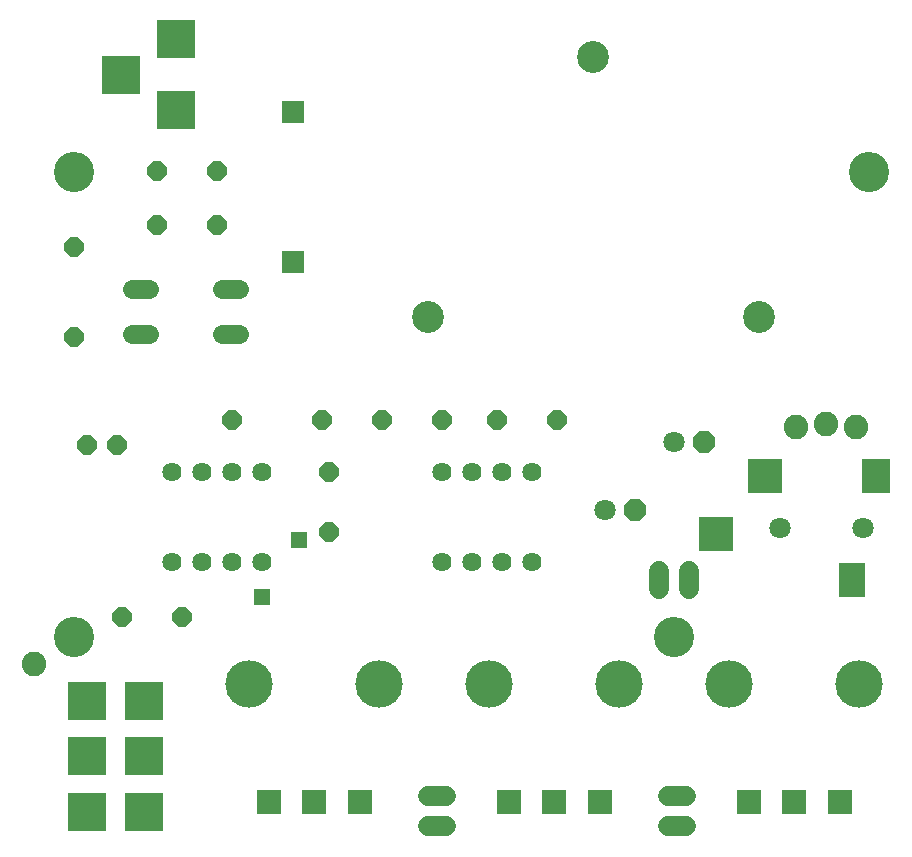
<source format=gts>
G75*
%MOIN*%
%OFA0B0*%
%FSLAX25Y25*%
%IPPOS*%
%LPD*%
%AMOC8*
5,1,8,0,0,1.08239X$1,22.5*
%
%ADD10C,0.13398*%
%ADD11OC8,0.06400*%
%ADD12OC8,0.07100*%
%ADD13C,0.07100*%
%ADD14C,0.06400*%
%ADD15R,0.08477X0.08477*%
%ADD16C,0.15824*%
%ADD17R,0.09461X0.11824*%
%ADD18R,0.08674X0.11824*%
%ADD19R,0.11824X0.11824*%
%ADD20C,0.07099*%
%ADD21R,0.12611X0.12611*%
%ADD22R,0.07531X0.07531*%
%ADD23C,0.10643*%
%ADD24C,0.06400*%
%ADD25C,0.06800*%
%ADD26C,0.08200*%
%ADD27R,0.05556X0.05556*%
D10*
X0178838Y0169933D03*
X0178838Y0324933D03*
X0378838Y0169933D03*
X0443838Y0324933D03*
D11*
X0339838Y0242433D03*
X0319838Y0242433D03*
X0301338Y0242433D03*
X0281338Y0242433D03*
X0261338Y0242433D03*
X0263838Y0224933D03*
X0263838Y0204933D03*
X0231338Y0242433D03*
X0192938Y0233933D03*
X0182938Y0233933D03*
X0178838Y0269933D03*
X0178838Y0299933D03*
X0206338Y0307433D03*
X0206338Y0325433D03*
X0226338Y0325433D03*
X0226338Y0307433D03*
X0214638Y0176833D03*
X0194638Y0176833D03*
D12*
X0365838Y0212433D03*
X0388838Y0234933D03*
D13*
X0378838Y0234933D03*
X0355838Y0212433D03*
D14*
X0331338Y0224933D03*
X0321338Y0224933D03*
X0311338Y0224933D03*
X0301338Y0224933D03*
X0301338Y0194933D03*
X0311338Y0194933D03*
X0321338Y0194933D03*
X0331338Y0194933D03*
X0241338Y0194933D03*
X0231338Y0194933D03*
X0221338Y0194933D03*
X0211338Y0194933D03*
X0211338Y0224933D03*
X0221338Y0224933D03*
X0231338Y0224933D03*
X0241338Y0224933D03*
D15*
X0243601Y0114933D03*
X0258838Y0114933D03*
X0274074Y0114933D03*
X0323601Y0114933D03*
X0338838Y0114933D03*
X0354074Y0114933D03*
X0403601Y0114933D03*
X0418838Y0114933D03*
X0434074Y0114933D03*
D16*
X0440491Y0154303D03*
X0397184Y0154303D03*
X0360491Y0154303D03*
X0317184Y0154303D03*
X0280491Y0154303D03*
X0237184Y0154303D03*
D17*
X0446050Y0223756D03*
D18*
X0438176Y0189110D03*
D19*
X0409042Y0223756D03*
X0392901Y0204465D03*
D20*
X0414160Y0206433D03*
X0441719Y0206433D03*
D21*
X0183212Y0111807D03*
X0183212Y0130311D03*
X0202227Y0130311D03*
X0202227Y0111807D03*
X0202227Y0148815D03*
X0183212Y0148815D03*
X0212838Y0345689D03*
X0194334Y0357500D03*
X0212838Y0369311D03*
D22*
X0251901Y0344969D03*
X0251901Y0294969D03*
D23*
X0296782Y0276661D03*
X0351901Y0363276D03*
X0407019Y0276661D03*
D24*
X0233638Y0270933D02*
X0228038Y0270933D01*
X0228038Y0285933D02*
X0233638Y0285933D01*
X0203638Y0285933D02*
X0198038Y0285933D01*
X0198038Y0270933D02*
X0203638Y0270933D01*
D25*
X0373838Y0191933D02*
X0373838Y0185933D01*
X0383838Y0185933D02*
X0383838Y0191933D01*
X0382838Y0116933D02*
X0376838Y0116933D01*
X0376838Y0106933D02*
X0382838Y0106933D01*
X0302838Y0106933D02*
X0296838Y0106933D01*
X0296838Y0116933D02*
X0302838Y0116933D01*
D26*
X0165438Y0161133D03*
X0419338Y0239933D03*
X0429338Y0240933D03*
X0439338Y0239933D03*
D27*
X0253838Y0202433D03*
X0241438Y0183433D03*
M02*

</source>
